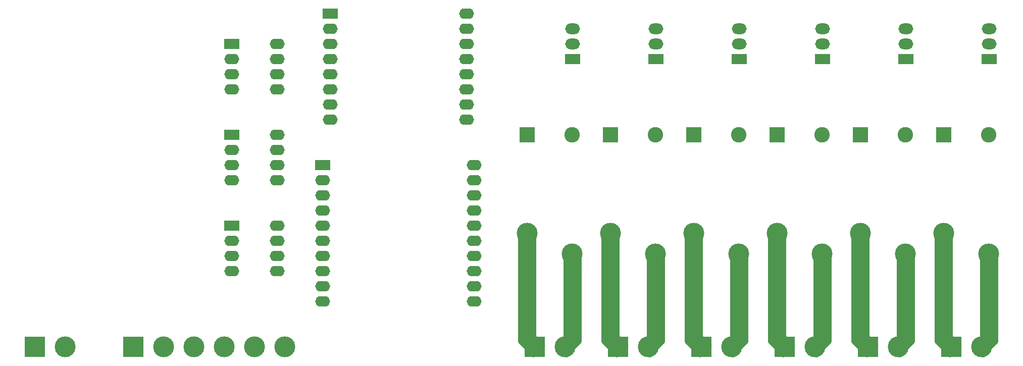
<source format=gbr>
G04 #@! TF.GenerationSoftware,KiCad,Pcbnew,(5.1.10)-1*
G04 #@! TF.CreationDate,2021-10-04T14:19:23-03:00*
G04 #@! TF.ProjectId,ESP-relay_6ch,4553502d-7265-46c6-9179-5f3663682e6b,rev?*
G04 #@! TF.SameCoordinates,Original*
G04 #@! TF.FileFunction,Soldermask,Bot*
G04 #@! TF.FilePolarity,Negative*
%FSLAX46Y46*%
G04 Gerber Fmt 4.6, Leading zero omitted, Abs format (unit mm)*
G04 Created by KiCad (PCBNEW (5.1.10)-1) date 2021-10-04 14:19:23*
%MOMM*%
%LPD*%
G01*
G04 APERTURE LIST*
%ADD10C,3.500000*%
%ADD11R,3.500000X3.500000*%
%ADD12C,2.600000*%
%ADD13R,2.600000X2.600000*%
%ADD14O,2.500000X1.750000*%
%ADD15R,2.500000X1.750000*%
%ADD16C,2.500000*%
%ADD17R,2.500000X1.800000*%
%ADD18O,2.500000X1.800000*%
%ADD19C,0.254000*%
%ADD20C,0.100000*%
G04 APERTURE END LIST*
D10*
G04 #@! TO.C,J2*
X114300000Y-123190000D03*
X109220000Y-123190000D03*
X104140000Y-123190000D03*
X99060000Y-123190000D03*
X93980000Y-123190000D03*
D11*
X88900000Y-123190000D03*
G04 #@! TD*
D12*
G04 #@! TO.C,K1*
X162440000Y-87630000D03*
D10*
X162440000Y-107630000D03*
X154940000Y-104130000D03*
D13*
X154940000Y-87630000D03*
G04 #@! TD*
D14*
G04 #@! TO.C,U3*
X144780000Y-67310000D03*
X144780000Y-69850000D03*
X144780000Y-72390000D03*
X144780000Y-74930000D03*
X144780000Y-77470000D03*
X144780000Y-80010000D03*
X144780000Y-82550000D03*
X144780000Y-85090000D03*
X121920000Y-85090000D03*
X121920000Y-82550000D03*
X121920000Y-80010000D03*
X121920000Y-77470000D03*
X121920000Y-74930000D03*
X121920000Y-72390000D03*
D15*
X121920000Y-67310000D03*
D14*
X121920000Y-69850000D03*
G04 #@! TD*
D16*
G04 #@! TO.C,RV1*
X162440000Y-114430000D03*
X154940000Y-113030000D03*
G04 #@! TD*
D11*
G04 #@! TO.C,J3*
X156210000Y-123190000D03*
D10*
X161290000Y-123190000D03*
G04 #@! TD*
D11*
G04 #@! TO.C,J1*
X72390000Y-123190000D03*
D10*
X77470000Y-123190000D03*
G04 #@! TD*
D14*
G04 #@! TO.C,U2*
X146050000Y-100330000D03*
X146050000Y-97790000D03*
X120650000Y-115570000D03*
X120650000Y-113030000D03*
X146050000Y-102870000D03*
X146050000Y-105410000D03*
X146050000Y-107950000D03*
X146050000Y-110490000D03*
X146050000Y-113030000D03*
X146050000Y-115570000D03*
X146050000Y-92710000D03*
X146050000Y-95250000D03*
X120650000Y-110490000D03*
X120650000Y-107950000D03*
X120650000Y-105410000D03*
X120650000Y-102870000D03*
X120650000Y-100330000D03*
X120650000Y-97790000D03*
D15*
X120650000Y-92710000D03*
D14*
X120650000Y-95250000D03*
G04 #@! TD*
D11*
G04 #@! TO.C,J4*
X170180000Y-123190000D03*
D10*
X175260000Y-123190000D03*
G04 #@! TD*
D11*
G04 #@! TO.C,J5*
X184150000Y-123190000D03*
D10*
X189230000Y-123190000D03*
G04 #@! TD*
D11*
G04 #@! TO.C,J6*
X198120000Y-123190000D03*
D10*
X203200000Y-123190000D03*
G04 #@! TD*
D11*
G04 #@! TO.C,J7*
X212090000Y-123190000D03*
D10*
X217170000Y-123190000D03*
G04 #@! TD*
D11*
G04 #@! TO.C,J8*
X226060000Y-123190000D03*
D10*
X231140000Y-123190000D03*
G04 #@! TD*
D12*
G04 #@! TO.C,K2*
X176410000Y-87630000D03*
D10*
X176410000Y-107630000D03*
X168910000Y-104130000D03*
D13*
X168910000Y-87630000D03*
G04 #@! TD*
D12*
G04 #@! TO.C,K3*
X190380000Y-87630000D03*
D10*
X190380000Y-107630000D03*
X182880000Y-104130000D03*
D13*
X182880000Y-87630000D03*
G04 #@! TD*
D12*
G04 #@! TO.C,K4*
X204350000Y-87630000D03*
D10*
X204350000Y-107630000D03*
X196850000Y-104130000D03*
D13*
X196850000Y-87630000D03*
G04 #@! TD*
D12*
G04 #@! TO.C,K5*
X218320000Y-87630000D03*
D10*
X218320000Y-107630000D03*
X210820000Y-104130000D03*
D13*
X210820000Y-87630000D03*
G04 #@! TD*
D12*
G04 #@! TO.C,K6*
X232290000Y-87630000D03*
D10*
X232290000Y-107630000D03*
X224790000Y-104130000D03*
D13*
X224790000Y-87630000D03*
G04 #@! TD*
D16*
G04 #@! TO.C,RV2*
X176410000Y-114430000D03*
X168910000Y-113030000D03*
G04 #@! TD*
G04 #@! TO.C,RV3*
X190380000Y-114430000D03*
X182880000Y-113030000D03*
G04 #@! TD*
G04 #@! TO.C,RV4*
X204350000Y-114430000D03*
X196850000Y-113030000D03*
G04 #@! TD*
G04 #@! TO.C,RV5*
X218320000Y-114430000D03*
X210820000Y-113030000D03*
G04 #@! TD*
G04 #@! TO.C,RV6*
X232290000Y-114430000D03*
X224790000Y-113030000D03*
G04 #@! TD*
D17*
G04 #@! TO.C,Q1*
X162560000Y-74930000D03*
D18*
X162560000Y-69850000D03*
X162560000Y-72390000D03*
G04 #@! TD*
G04 #@! TO.C,Q2*
X176530000Y-72390000D03*
X176530000Y-69850000D03*
D17*
X176530000Y-74930000D03*
G04 #@! TD*
D18*
G04 #@! TO.C,Q3*
X190500000Y-72390000D03*
X190500000Y-69850000D03*
D17*
X190500000Y-74930000D03*
G04 #@! TD*
G04 #@! TO.C,Q4*
X204470000Y-74930000D03*
D18*
X204470000Y-69850000D03*
X204470000Y-72390000D03*
G04 #@! TD*
G04 #@! TO.C,Q5*
X218440000Y-72390000D03*
X218440000Y-69850000D03*
D17*
X218440000Y-74930000D03*
G04 #@! TD*
G04 #@! TO.C,Q6*
X232410000Y-74930000D03*
D18*
X232410000Y-69850000D03*
X232410000Y-72390000D03*
G04 #@! TD*
D15*
G04 #@! TO.C,U4*
X105410000Y-72390000D03*
D14*
X113030000Y-80010000D03*
X105410000Y-74930000D03*
X113030000Y-77470000D03*
X105410000Y-77470000D03*
X113030000Y-74930000D03*
X105410000Y-80010000D03*
X113030000Y-72390000D03*
G04 #@! TD*
G04 #@! TO.C,U5*
X113030000Y-87630000D03*
X105410000Y-95250000D03*
X113030000Y-90170000D03*
X105410000Y-92710000D03*
X113030000Y-92710000D03*
X105410000Y-90170000D03*
X113030000Y-95250000D03*
D15*
X105410000Y-87630000D03*
G04 #@! TD*
G04 #@! TO.C,U6*
X105410000Y-102870000D03*
D14*
X113030000Y-110490000D03*
X105410000Y-105410000D03*
X113030000Y-107950000D03*
X105410000Y-107950000D03*
X113030000Y-105410000D03*
X105410000Y-110490000D03*
X113030000Y-102870000D03*
G04 #@! TD*
D19*
X156337000Y-121412000D02*
X156339440Y-121436776D01*
X156346667Y-121460601D01*
X156358403Y-121482557D01*
X156374197Y-121501803D01*
X157808394Y-122936000D01*
X155956000Y-124788394D01*
X153543000Y-122375394D01*
X153543000Y-104267000D01*
X156337000Y-104267000D01*
X156337000Y-121412000D01*
D20*
G36*
X156337000Y-121412000D02*
G01*
X156339440Y-121436776D01*
X156346667Y-121460601D01*
X156358403Y-121482557D01*
X156374197Y-121501803D01*
X157808394Y-122936000D01*
X155956000Y-124788394D01*
X153543000Y-122375394D01*
X153543000Y-104267000D01*
X156337000Y-104267000D01*
X156337000Y-121412000D01*
G37*
D19*
X170307000Y-121412000D02*
X170309440Y-121436776D01*
X170316667Y-121460601D01*
X170328403Y-121482557D01*
X170344197Y-121501803D01*
X171778394Y-122936000D01*
X169926000Y-124788394D01*
X167513000Y-122375394D01*
X167513000Y-104267000D01*
X170307000Y-104267000D01*
X170307000Y-121412000D01*
D20*
G36*
X170307000Y-121412000D02*
G01*
X170309440Y-121436776D01*
X170316667Y-121460601D01*
X170328403Y-121482557D01*
X170344197Y-121501803D01*
X171778394Y-122936000D01*
X169926000Y-124788394D01*
X167513000Y-122375394D01*
X167513000Y-104267000D01*
X170307000Y-104267000D01*
X170307000Y-121412000D01*
G37*
D19*
X184277000Y-121412000D02*
X184279440Y-121436776D01*
X184286667Y-121460601D01*
X184298403Y-121482557D01*
X184314197Y-121501803D01*
X185748394Y-122936000D01*
X183896000Y-124788394D01*
X181483000Y-122375394D01*
X181483000Y-104267000D01*
X184277000Y-104267000D01*
X184277000Y-121412000D01*
D20*
G36*
X184277000Y-121412000D02*
G01*
X184279440Y-121436776D01*
X184286667Y-121460601D01*
X184298403Y-121482557D01*
X184314197Y-121501803D01*
X185748394Y-122936000D01*
X183896000Y-124788394D01*
X181483000Y-122375394D01*
X181483000Y-104267000D01*
X184277000Y-104267000D01*
X184277000Y-121412000D01*
G37*
D19*
X198247000Y-121412000D02*
X198249440Y-121436776D01*
X198256667Y-121460601D01*
X198268403Y-121482557D01*
X198284197Y-121501803D01*
X199718394Y-122936000D01*
X197866000Y-124788394D01*
X195453000Y-122375394D01*
X195453000Y-104267000D01*
X198247000Y-104267000D01*
X198247000Y-121412000D01*
D20*
G36*
X198247000Y-121412000D02*
G01*
X198249440Y-121436776D01*
X198256667Y-121460601D01*
X198268403Y-121482557D01*
X198284197Y-121501803D01*
X199718394Y-122936000D01*
X197866000Y-124788394D01*
X195453000Y-122375394D01*
X195453000Y-104267000D01*
X198247000Y-104267000D01*
X198247000Y-121412000D01*
G37*
D19*
X212217000Y-121412000D02*
X212219440Y-121436776D01*
X212226667Y-121460601D01*
X212238403Y-121482557D01*
X212254197Y-121501803D01*
X213688394Y-122936000D01*
X211836000Y-124788394D01*
X209423000Y-122375394D01*
X209423000Y-104267000D01*
X212217000Y-104267000D01*
X212217000Y-121412000D01*
D20*
G36*
X212217000Y-121412000D02*
G01*
X212219440Y-121436776D01*
X212226667Y-121460601D01*
X212238403Y-121482557D01*
X212254197Y-121501803D01*
X213688394Y-122936000D01*
X211836000Y-124788394D01*
X209423000Y-122375394D01*
X209423000Y-104267000D01*
X212217000Y-104267000D01*
X212217000Y-121412000D01*
G37*
D19*
X226187000Y-121412000D02*
X226189440Y-121436776D01*
X226196667Y-121460601D01*
X226208403Y-121482557D01*
X226224197Y-121501803D01*
X227658394Y-122936000D01*
X225806000Y-124788394D01*
X223393000Y-122375394D01*
X223393000Y-104267000D01*
X226187000Y-104267000D01*
X226187000Y-121412000D01*
D20*
G36*
X226187000Y-121412000D02*
G01*
X226189440Y-121436776D01*
X226196667Y-121460601D01*
X226208403Y-121482557D01*
X226224197Y-121501803D01*
X227658394Y-122936000D01*
X225806000Y-124788394D01*
X223393000Y-122375394D01*
X223393000Y-104267000D01*
X226187000Y-104267000D01*
X226187000Y-121412000D01*
G37*
D19*
X163957000Y-122375394D02*
X161544000Y-124788394D01*
X159691606Y-122936000D01*
X161125803Y-121501803D01*
X161141597Y-121482557D01*
X161153333Y-121460601D01*
X161160560Y-121436776D01*
X161163000Y-121412000D01*
X161163000Y-107823000D01*
X163957000Y-107823000D01*
X163957000Y-122375394D01*
D20*
G36*
X163957000Y-122375394D02*
G01*
X161544000Y-124788394D01*
X159691606Y-122936000D01*
X161125803Y-121501803D01*
X161141597Y-121482557D01*
X161153333Y-121460601D01*
X161160560Y-121436776D01*
X161163000Y-121412000D01*
X161163000Y-107823000D01*
X163957000Y-107823000D01*
X163957000Y-122375394D01*
G37*
D19*
X177927000Y-122375394D02*
X175514000Y-124788394D01*
X173661606Y-122936000D01*
X175095803Y-121501803D01*
X175111597Y-121482557D01*
X175123333Y-121460601D01*
X175130560Y-121436776D01*
X175133000Y-121412000D01*
X175133000Y-107823000D01*
X177927000Y-107823000D01*
X177927000Y-122375394D01*
D20*
G36*
X177927000Y-122375394D02*
G01*
X175514000Y-124788394D01*
X173661606Y-122936000D01*
X175095803Y-121501803D01*
X175111597Y-121482557D01*
X175123333Y-121460601D01*
X175130560Y-121436776D01*
X175133000Y-121412000D01*
X175133000Y-107823000D01*
X177927000Y-107823000D01*
X177927000Y-122375394D01*
G37*
D19*
X191897000Y-122375394D02*
X189484000Y-124788394D01*
X187631606Y-122936000D01*
X189065803Y-121501803D01*
X189081597Y-121482557D01*
X189093333Y-121460601D01*
X189100560Y-121436776D01*
X189103000Y-121412000D01*
X189103000Y-107823000D01*
X191897000Y-107823000D01*
X191897000Y-122375394D01*
D20*
G36*
X191897000Y-122375394D02*
G01*
X189484000Y-124788394D01*
X187631606Y-122936000D01*
X189065803Y-121501803D01*
X189081597Y-121482557D01*
X189093333Y-121460601D01*
X189100560Y-121436776D01*
X189103000Y-121412000D01*
X189103000Y-107823000D01*
X191897000Y-107823000D01*
X191897000Y-122375394D01*
G37*
D19*
X205867000Y-122375394D02*
X203454000Y-124788394D01*
X201601606Y-122936000D01*
X203035803Y-121501803D01*
X203051597Y-121482557D01*
X203063333Y-121460601D01*
X203070560Y-121436776D01*
X203073000Y-121412000D01*
X203073000Y-107823000D01*
X205867000Y-107823000D01*
X205867000Y-122375394D01*
D20*
G36*
X205867000Y-122375394D02*
G01*
X203454000Y-124788394D01*
X201601606Y-122936000D01*
X203035803Y-121501803D01*
X203051597Y-121482557D01*
X203063333Y-121460601D01*
X203070560Y-121436776D01*
X203073000Y-121412000D01*
X203073000Y-107823000D01*
X205867000Y-107823000D01*
X205867000Y-122375394D01*
G37*
D19*
X219837000Y-122375394D02*
X217424000Y-124788394D01*
X215571606Y-122936000D01*
X217005803Y-121501803D01*
X217021597Y-121482557D01*
X217033333Y-121460601D01*
X217040560Y-121436776D01*
X217043000Y-121412000D01*
X217043000Y-107823000D01*
X219837000Y-107823000D01*
X219837000Y-122375394D01*
D20*
G36*
X219837000Y-122375394D02*
G01*
X217424000Y-124788394D01*
X215571606Y-122936000D01*
X217005803Y-121501803D01*
X217021597Y-121482557D01*
X217033333Y-121460601D01*
X217040560Y-121436776D01*
X217043000Y-121412000D01*
X217043000Y-107823000D01*
X219837000Y-107823000D01*
X219837000Y-122375394D01*
G37*
D19*
X233807000Y-122375394D02*
X231394000Y-124788394D01*
X229541606Y-122936000D01*
X230975803Y-121501803D01*
X230991597Y-121482557D01*
X231003333Y-121460601D01*
X231010560Y-121436776D01*
X231013000Y-121412000D01*
X231013000Y-107823000D01*
X233807000Y-107823000D01*
X233807000Y-122375394D01*
D20*
G36*
X233807000Y-122375394D02*
G01*
X231394000Y-124788394D01*
X229541606Y-122936000D01*
X230975803Y-121501803D01*
X230991597Y-121482557D01*
X231003333Y-121460601D01*
X231010560Y-121436776D01*
X231013000Y-121412000D01*
X231013000Y-107823000D01*
X233807000Y-107823000D01*
X233807000Y-122375394D01*
G37*
M02*

</source>
